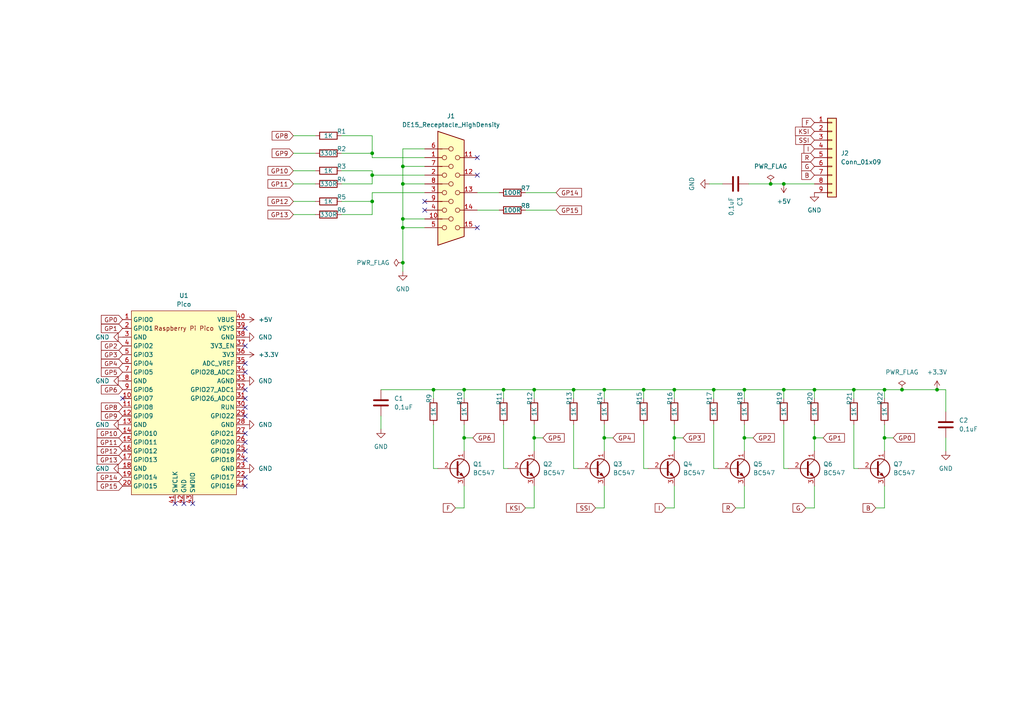
<source format=kicad_sch>
(kicad_sch (version 20230121) (generator eeschema)
  (paper "A4")
  (lib_symbols
    (symbol "Connector:DE15_Receptacle_HighDensity" (pin_names (offset 1.016) hide)
      (property "Reference" "J" (at 0 21.59 0))
      (property "Value" "DE15_Receptacle_HighDensity" (at 0 19.05 0))
      (symbol "DE15_Receptacle_HighDensity_0_1"
        (circle (center -1.905 -10.16) (radius 0.635))
        (circle (center -1.905 -5.08) (radius 0.635))
        (circle (center -1.905 0) (radius 0.635))
        (circle (center -1.905 5.08) (radius 0.635))
        (circle (center -1.905 10.16) (radius 0.635))
        (circle (center 0 -7.62) (radius 0.635))
        (circle (center 0 -2.54) (radius 0.635))
        (polyline (pts (xy -3.175 7.62) (xy -0.635 7.62)))
        (polyline (pts (xy -0.635 -7.62) (xy -3.175 -7.62)))
        (polyline (pts (xy -0.635 -2.54) (xy -3.175 -2.54)))
        (polyline (pts (xy -0.635 2.54) (xy -3.175 2.54)))
        (polyline (pts (xy -0.635 12.7) (xy -3.175 12.7)))
        (polyline (pts (xy -3.81 17.78) (xy -3.81 -15.24) (xy 3.81 -12.7) (xy 3.81 15.24) (xy -3.81 17.78)) (stroke (width 0.254)) (fill (type background)))
        (circle (center 0 2.54) (radius 0.635))
        (circle (center 0 7.62) (radius 0.635))
        (circle (center 0 12.7) (radius 0.635))
        (circle (center 1.905 -10.16) (radius 0.635))
        (circle (center 1.905 -5.08) (radius 0.635))
        (circle (center 1.905 0) (radius 0.635))
        (circle (center 1.905 5.08) (radius 0.635))
        (circle (center 1.905 10.16) (radius 0.635))
      )
      (symbol "DE15_Receptacle_HighDensity_1_1"
        (pin passive line (at -7.62 10.16 0) (length 5.08) (name "~") (number "1"))
        (pin passive line (at -7.62 -7.62 0) (length 5.08) (name "~") (number "10"))
        (pin passive line (at 7.62 10.16 180) (length 5.08) (name "~") (number "11"))
        (pin passive line (at 7.62 5.08 180) (length 5.08) (name "~") (number "12"))
        (pin passive line (at 7.62 0 180) (length 5.08) (name "~") (number "13"))
        (pin passive line (at 7.62 -5.08 180) (length 5.08) (name "~") (number "14"))
        (pin passive line (at 7.62 -10.16 180) (length 5.08) (name "~") (number "15"))
        (pin passive line (at -7.62 5.08 0) (length 5.08) (name "~") (number "2"))
        (pin passive line (at -7.62 0 0) (length 5.08) (name "~") (number "3"))
        (pin passive line (at -7.62 -5.08 0) (length 5.08) (name "~") (number "4"))
        (pin passive line (at -7.62 -10.16 0) (length 5.08) (name "~") (number "5"))
        (pin passive line (at -7.62 12.7 0) (length 5.08) (name "~") (number "6"))
        (pin passive line (at -7.62 7.62 0) (length 5.08) (name "~") (number "7"))
        (pin passive line (at -7.62 2.54 0) (length 5.08) (name "~") (number "8"))
        (pin passive line (at -7.62 -2.54 0) (length 5.08) (name "~") (number "9"))
      )
    )
    (symbol "Connector_Generic:Conn_01x09" (pin_names (offset 1.016) hide)
      (property "Reference" "J" (at 0 12.7 0))
      (property "Value" "Conn_01x09" (at 0 -12.7 0))
      (symbol "Conn_01x09_1_1"
        (rectangle (start -1.27 -10.033) (end 0 -10.287) (stroke (width 0.1524)))
        (rectangle (start -1.27 -7.493) (end 0 -7.747) (stroke (width 0.1524)))
        (rectangle (start -1.27 -4.953) (end 0 -5.207) (stroke (width 0.1524)))
        (rectangle (start -1.27 -2.413) (end 0 -2.667) (stroke (width 0.1524)))
        (rectangle (start -1.27 0.127) (end 0 -0.127) (stroke (width 0.1524)))
        (rectangle (start -1.27 2.667) (end 0 2.413) (stroke (width 0.1524)))
        (rectangle (start -1.27 5.207) (end 0 4.953) (stroke (width 0.1524)))
        (rectangle (start -1.27 7.747) (end 0 7.493) (stroke (width 0.1524)))
        (rectangle (start -1.27 10.287) (end 0 10.033) (stroke (width 0.1524)))
        (rectangle (start -1.27 11.43) (end 1.27 -11.43) (stroke (width 0.254)) (fill (type background)))
        (pin passive line (at -5.08 10.16 0) (length 3.81) (name "Pin_1") (number "1"))
        (pin passive line (at -5.08 7.62 0) (length 3.81) (name "Pin_2") (number "2"))
        (pin passive line (at -5.08 5.08 0) (length 3.81) (name "Pin_3") (number "3"))
        (pin passive line (at -5.08 2.54 0) (length 3.81) (name "Pin_4") (number "4"))
        (pin passive line (at -5.08 0 0) (length 3.81) (name "Pin_5") (number "5"))
        (pin passive line (at -5.08 -2.54 0) (length 3.81) (name "Pin_6") (number "6"))
        (pin passive line (at -5.08 -5.08 0) (length 3.81) (name "Pin_7") (number "7"))
        (pin passive line (at -5.08 -7.62 0) (length 3.81) (name "Pin_8") (number "8"))
        (pin passive line (at -5.08 -10.16 0) (length 3.81) (name "Pin_9") (number "9"))
      )
    )
    (symbol "Device:C" (pin_numbers hide) (pin_names (offset 0.254))
      (property "Reference" "C" (at 0.635 2.54 0))
      (property "Value" "C" (at 0.635 -2.54 0))
      (symbol "C_0_1"
        (polyline (pts (xy -2.032 -0.762) (xy 2.032 -0.762)) (stroke (width 0.508)))
        (polyline (pts (xy -2.032 0.762) (xy 2.032 0.762)) (stroke (width 0.508)))
      )
      (symbol "C_1_1"
        (pin passive line (at 0 3.81 270) (length 2.794) (name "~") (number "1"))
        (pin passive line (at 0 -3.81 90) (length 2.794) (name "~") (number "2"))
      )
    )
    (symbol "Device:R" (pin_numbers hide) (pin_names (offset 0))
      (property "Reference" "R" (at 2.032 0 90))
      (property "Value" "R" (at 0 0 90))
      (symbol "R_0_1"
        (rectangle (start -1.016 -2.54) (end 1.016 2.54) (stroke (width 0.254)))
      )
      (symbol "R_1_1"
        (pin passive line (at 0 3.81 270) (length 1.27) (name "~") (number "1"))
        (pin passive line (at 0 -3.81 90) (length 1.27) (name "~") (number "2"))
      )
    )
    (symbol "Transistor_BJT:BC547" (pin_names (offset 0) hide)
      (property "Reference" "Q" (at 5.08 1.905 0))
      (property "Value" "BC547" (at 5.08 0 0))
      (symbol "BC547_0_1"
        (polyline (pts (xy 0 0) (xy 0.635 0)))
        (polyline (pts (xy 0.635 0.635) (xy 2.54 2.54)))
        (polyline (pts (xy 0.635 -0.635) (xy 2.54 -2.54) (xy 2.54 -2.54)))
        (polyline (pts (xy 0.635 1.905) (xy 0.635 -1.905) (xy 0.635 -1.905)) (stroke (width 0.508)))
        (polyline (pts (xy 1.27 -1.778) (xy 1.778 -1.27) (xy 2.286 -2.286) (xy 1.27 -1.778) (xy 1.27 -1.778)) (fill (type outline)))
        (circle (center 1.27 0) (radius 2.8194) (stroke (width 0.254)))
      )
      (symbol "BC547_1_1"
        (pin passive line (at 2.54 5.08 270) (length 2.54) (name "C") (number "1"))
        (pin input line (at -5.08 0 0) (length 5.08) (name "B") (number "2"))
        (pin passive line (at 2.54 -5.08 90) (length 2.54) (name "E") (number "3"))
      )
    )
    (symbol "power:+3.3V" (power) (pin_names (offset 0))
      (property "Value" "+3.3V" (at 0 3.556 0))
      (symbol "+3.3V_0_1"
        (polyline (pts (xy -0.762 1.27) (xy 0 2.54)))
        (polyline (pts (xy 0 0) (xy 0 2.54)))
        (polyline (pts (xy 0 2.54) (xy 0.762 1.27)))
      )
      (symbol "+3.3V_1_1"
        (pin power_in line (at 0 0 90) (length 0) hide (name "+3.3V") (number "1"))
      )
    )
    (symbol "power:+5V" (power) (pin_names (offset 0))
      (property "Value" "+5V" (at 0 3.556 0))
      (symbol "+5V_0_1"
        (polyline (pts (xy -0.762 1.27) (xy 0 2.54)))
        (polyline (pts (xy 0 0) (xy 0 2.54)))
        (polyline (pts (xy 0 2.54) (xy 0.762 1.27)))
      )
      (symbol "+5V_1_1"
        (pin power_in line (at 0 0 90) (length 0) hide (name "+5V") (number "1"))
      )
    )
    (symbol "power:GND" (power) (pin_names (offset 0))
      (property "Value" "GND" (at 0 -3.81 0))
      (symbol "GND_0_1"
        (polyline (pts (xy 0 0) (xy 0 -1.27) (xy 1.27 -1.27) (xy 0 -2.54) (xy -1.27 -1.27) (xy 0 -1.27)))
      )
      (symbol "GND_1_1"
        (pin power_in line (at 0 0 270) (length 0) hide (name "GND") (number "1"))
      )
    )
    (symbol "power:PWR_FLAG" (power) (pin_numbers hide) (pin_names (offset 0) hide)
      (property "Value" "PWR_FLAG" (at 0 3.81 0))
      (symbol "PWR_FLAG_0_0"
        (pin power_out line (at 0 0 90) (length 0) (name "pwr") (number "1"))
      )
      (symbol "PWR_FLAG_0_1"
        (polyline (pts (xy 0 0) (xy 0 1.27) (xy -1.016 1.905) (xy 0 2.54) (xy 1.016 1.905) (xy 0 1.27)))
      )
    )
    (symbol "rgb2vga_test:Pico"
      (property "Reference" "U" (at -13.97 27.94 0))
      (property "Value" "Pico" (at 0 19.05 0))
      (symbol "Pico_0_0"
        (text "Raspberry Pi Pico" (at 0 21.59 0) (effects (font (size 1.27 1.27))))
      )
      (symbol "Pico_0_1"
        (rectangle (start -15.24 26.67) (end 15.24 -26.67) (fill (type background)))
      )
      (symbol "Pico_1_1"
        (pin bidirectional line (at -17.78 24.13 0) (length 2.54) (name "GPIO0") (number "1"))
        (pin bidirectional line (at -17.78 1.27 0) (length 2.54) (name "GPIO7") (number "10"))
        (pin bidirectional line (at -17.78 -1.27 0) (length 2.54) (name "GPIO8") (number "11"))
        (pin bidirectional line (at -17.78 -3.81 0) (length 2.54) (name "GPIO9") (number "12"))
        (pin power_in line (at -17.78 -6.35 0) (length 2.54) (name "GND") (number "13"))
        (pin bidirectional line (at -17.78 -8.89 0) (length 2.54) (name "GPIO10") (number "14"))
        (pin bidirectional line (at -17.78 -11.43 0) (length 2.54) (name "GPIO11") (number "15"))
        (pin bidirectional line (at -17.78 -13.97 0) (length 2.54) (name "GPIO12") (number "16"))
        (pin bidirectional line (at -17.78 -16.51 0) (length 2.54) (name "GPIO13") (number "17"))
        (pin power_in line (at -17.78 -19.05 0) (length 2.54) (name "GND") (number "18"))
        (pin bidirectional line (at -17.78 -21.59 0) (length 2.54) (name "GPIO14") (number "19"))
        (pin bidirectional line (at -17.78 21.59 0) (length 2.54) (name "GPIO1") (number "2"))
        (pin bidirectional line (at -17.78 -24.13 0) (length 2.54) (name "GPIO15") (number "20"))
        (pin bidirectional line (at 17.78 -24.13 180) (length 2.54) (name "GPIO16") (number "21"))
        (pin bidirectional line (at 17.78 -21.59 180) (length 2.54) (name "GPIO17") (number "22"))
        (pin power_in line (at 17.78 -19.05 180) (length 2.54) (name "GND") (number "23"))
        (pin bidirectional line (at 17.78 -16.51 180) (length 2.54) (name "GPIO18") (number "24"))
        (pin bidirectional line (at 17.78 -13.97 180) (length 2.54) (name "GPIO19") (number "25"))
        (pin bidirectional line (at 17.78 -11.43 180) (length 2.54) (name "GPIO20") (number "26"))
        (pin bidirectional line (at 17.78 -8.89 180) (length 2.54) (name "GPIO21") (number "27"))
        (pin power_in line (at 17.78 -6.35 180) (length 2.54) (name "GND") (number "28"))
        (pin bidirectional line (at 17.78 -3.81 180) (length 2.54) (name "GPIO22") (number "29"))
        (pin power_in line (at -17.78 19.05 0) (length 2.54) (name "GND") (number "3"))
        (pin input line (at 17.78 -1.27 180) (length 2.54) (name "RUN") (number "30"))
        (pin bidirectional line (at 17.78 1.27 180) (length 2.54) (name "GPIO26_ADC0") (number "31"))
        (pin bidirectional line (at 17.78 3.81 180) (length 2.54) (name "GPIO27_ADC1") (number "32"))
        (pin power_in line (at 17.78 6.35 180) (length 2.54) (name "AGND") (number "33"))
        (pin bidirectional line (at 17.78 8.89 180) (length 2.54) (name "GPIO28_ADC2") (number "34"))
        (pin power_in line (at 17.78 11.43 180) (length 2.54) (name "ADC_VREF") (number "35"))
        (pin power_in line (at 17.78 13.97 180) (length 2.54) (name "3V3") (number "36"))
        (pin input line (at 17.78 16.51 180) (length 2.54) (name "3V3_EN") (number "37"))
        (pin bidirectional line (at 17.78 19.05 180) (length 2.54) (name "GND") (number "38"))
        (pin power_in line (at 17.78 21.59 180) (length 2.54) (name "VSYS") (number "39"))
        (pin bidirectional line (at -17.78 16.51 0) (length 2.54) (name "GPIO2") (number "4"))
        (pin power_in line (at 17.78 24.13 180) (length 2.54) (name "VBUS") (number "40"))
        (pin input line (at -2.54 -29.21 90) (length 2.54) (name "SWCLK") (number "41"))
        (pin power_in line (at 0 -29.21 90) (length 2.54) (name "GND") (number "42"))
        (pin bidirectional line (at 2.54 -29.21 90) (length 2.54) (name "SWDIO") (number "43"))
        (pin bidirectional line (at -17.78 13.97 0) (length 2.54) (name "GPIO3") (number "5"))
        (pin bidirectional line (at -17.78 11.43 0) (length 2.54) (name "GPIO4") (number "6"))
        (pin bidirectional line (at -17.78 8.89 0) (length 2.54) (name "GPIO5") (number "7"))
        (pin power_in line (at -17.78 6.35 0) (length 2.54) (name "GND") (number "8"))
        (pin bidirectional line (at -17.78 3.81 0) (length 2.54) (name "GPIO6") (number "9"))
      )
    )
  )
  (junction (at 227.33 113.03))
  (junction (at 116.84 76.2))
  (junction (at 107.95 50.8))
  (junction (at 175.26 127))
  (junction (at 134.62 127))
  (junction (at 261.62 113.03))
  (junction (at 223.52 53.34))
  (junction (at 116.84 53.34))
  (junction (at 247.65 113.03))
  (junction (at 256.54 127))
  (junction (at 256.54 113.03))
  (junction (at 215.9 127))
  (junction (at 116.84 48.26))
  (junction (at 227.33 53.34))
  (junction (at 271.78 113.03))
  (junction (at 154.94 127))
  (junction (at 134.62 113.03))
  (junction (at 166.37 113.03))
  (junction (at 195.58 113.03))
  (junction (at 215.9 113.03))
  (junction (at 125.73 113.03))
  (junction (at 116.84 66.04))
  (junction (at 236.22 127))
  (junction (at 107.95 58.42))
  (junction (at 154.94 113.03))
  (junction (at 175.26 113.03))
  (junction (at 186.69 113.03))
  (junction (at 236.22 113.03))
  (junction (at 107.95 44.45))
  (junction (at 146.05 113.03))
  (junction (at 195.58 127))
  (junction (at 116.84 63.5))
  (junction (at 207.01 113.03))
  (no_connect (at 71.12 100.33))
  (no_connect (at 71.12 125.73))
  (no_connect (at 71.12 118.11))
  (no_connect (at 71.12 140.97))
  (no_connect (at 123.19 60.96))
  (no_connect (at 71.12 130.81))
  (no_connect (at 53.34 146.05))
  (no_connect (at 138.43 50.8))
  (no_connect (at 138.43 45.72))
  (no_connect (at 71.12 120.65))
  (no_connect (at 138.43 66.04))
  (no_connect (at 71.12 113.03))
  (no_connect (at 50.8 146.05))
  (no_connect (at 123.19 58.42))
  (no_connect (at 71.12 115.57))
  (no_connect (at 71.12 128.27))
  (no_connect (at 55.88 146.05))
  (no_connect (at 71.12 105.41))
  (no_connect (at 71.12 138.43))
  (no_connect (at 35.56 115.57))
  (no_connect (at 71.12 107.95))
  (no_connect (at 71.12 95.25))
  (no_connect (at 71.12 133.35))
  (wire (pts (xy 134.62 147.32) (xy 134.62 140.97)))
  (wire (pts (xy 256.54 127) (xy 256.54 130.81)))
  (wire (pts (xy 195.58 123.19) (xy 195.58 127)))
  (wire (pts (xy 107.95 39.37) (xy 107.95 44.45)))
  (wire (pts (xy 146.05 113.03) (xy 146.05 115.57)))
  (wire (pts (xy 146.05 123.19) (xy 146.05 135.89)))
  (wire (pts (xy 215.9 113.03) (xy 207.01 113.03)))
  (wire (pts (xy 85.09 44.45) (xy 91.44 44.45)))
  (wire (pts (xy 175.26 123.19) (xy 175.26 127)))
  (wire (pts (xy 256.54 127) (xy 259.08 127)))
  (wire (pts (xy 107.95 62.23) (xy 99.06 62.23)))
  (wire (pts (xy 116.84 63.5) (xy 116.84 53.34)))
  (wire (pts (xy 116.84 66.04) (xy 116.84 63.5)))
  (wire (pts (xy 215.9 113.03) (xy 227.33 113.03)))
  (wire (pts (xy 274.32 113.03) (xy 274.32 119.38)))
  (wire (pts (xy 175.26 113.03) (xy 166.37 113.03)))
  (wire (pts (xy 116.84 48.26) (xy 123.19 48.26)))
  (wire (pts (xy 236.22 115.57) (xy 236.22 113.03)))
  (wire (pts (xy 138.43 55.88) (xy 144.78 55.88)))
  (wire (pts (xy 236.22 147.32) (xy 236.22 140.97)))
  (wire (pts (xy 116.84 53.34) (xy 116.84 48.26)))
  (wire (pts (xy 227.33 113.03) (xy 227.33 115.57)))
  (wire (pts (xy 134.62 113.03) (xy 125.73 113.03)))
  (wire (pts (xy 227.33 53.34) (xy 236.22 53.34)))
  (wire (pts (xy 227.33 123.19) (xy 227.33 135.89)))
  (wire (pts (xy 256.54 113.03) (xy 247.65 113.03)))
  (wire (pts (xy 99.06 44.45) (xy 107.95 44.45)))
  (wire (pts (xy 195.58 115.57) (xy 195.58 113.03)))
  (wire (pts (xy 154.94 127) (xy 154.94 130.81)))
  (wire (pts (xy 147.32 135.89) (xy 146.05 135.89)))
  (wire (pts (xy 248.92 135.89) (xy 247.65 135.89)))
  (wire (pts (xy 166.37 113.03) (xy 166.37 115.57)))
  (wire (pts (xy 154.94 115.57) (xy 154.94 113.03)))
  (wire (pts (xy 217.17 53.34) (xy 223.52 53.34)))
  (wire (pts (xy 154.94 127) (xy 157.48 127)))
  (wire (pts (xy 247.65 113.03) (xy 247.65 115.57)))
  (wire (pts (xy 271.78 113.03) (xy 274.32 113.03)))
  (wire (pts (xy 274.32 127) (xy 274.32 130.81)))
  (wire (pts (xy 228.6 135.89) (xy 227.33 135.89)))
  (wire (pts (xy 256.54 123.19) (xy 256.54 127)))
  (wire (pts (xy 107.95 58.42) (xy 107.95 62.23)))
  (wire (pts (xy 116.84 48.26) (xy 116.84 43.18)))
  (wire (pts (xy 215.9 123.19) (xy 215.9 127)))
  (wire (pts (xy 85.09 53.34) (xy 91.44 53.34)))
  (wire (pts (xy 125.73 123.19) (xy 125.73 135.89)))
  (wire (pts (xy 110.49 120.65) (xy 110.49 124.46)))
  (wire (pts (xy 154.94 123.19) (xy 154.94 127)))
  (wire (pts (xy 123.19 66.04) (xy 116.84 66.04)))
  (wire (pts (xy 256.54 115.57) (xy 256.54 113.03)))
  (wire (pts (xy 167.64 135.89) (xy 166.37 135.89)))
  (wire (pts (xy 99.06 39.37) (xy 107.95 39.37)))
  (wire (pts (xy 215.9 127) (xy 218.44 127)))
  (wire (pts (xy 247.65 123.19) (xy 247.65 135.89)))
  (wire (pts (xy 233.68 147.32) (xy 236.22 147.32)))
  (wire (pts (xy 107.95 50.8) (xy 107.95 49.53)))
  (wire (pts (xy 215.9 127) (xy 215.9 130.81)))
  (wire (pts (xy 134.62 113.03) (xy 146.05 113.03)))
  (wire (pts (xy 261.62 113.03) (xy 271.78 113.03)))
  (wire (pts (xy 127 135.89) (xy 125.73 135.89)))
  (wire (pts (xy 107.95 45.72) (xy 123.19 45.72)))
  (wire (pts (xy 134.62 127) (xy 134.62 130.81)))
  (wire (pts (xy 254 147.32) (xy 256.54 147.32)))
  (wire (pts (xy 236.22 127) (xy 238.76 127)))
  (wire (pts (xy 134.62 127) (xy 137.16 127)))
  (wire (pts (xy 123.19 50.8) (xy 107.95 50.8)))
  (wire (pts (xy 138.43 60.96) (xy 144.78 60.96)))
  (wire (pts (xy 215.9 147.32) (xy 215.9 140.97)))
  (wire (pts (xy 256.54 147.32) (xy 256.54 140.97)))
  (wire (pts (xy 236.22 113.03) (xy 247.65 113.03)))
  (wire (pts (xy 195.58 147.32) (xy 195.58 140.97)))
  (wire (pts (xy 207.01 123.19) (xy 207.01 135.89)))
  (wire (pts (xy 236.22 113.03) (xy 227.33 113.03)))
  (wire (pts (xy 175.26 147.32) (xy 175.26 140.97)))
  (wire (pts (xy 125.73 113.03) (xy 110.49 113.03)))
  (wire (pts (xy 116.84 63.5) (xy 123.19 63.5)))
  (wire (pts (xy 85.09 39.37) (xy 91.44 39.37)))
  (wire (pts (xy 99.06 49.53) (xy 107.95 49.53)))
  (wire (pts (xy 161.29 60.96) (xy 152.4 60.96)))
  (wire (pts (xy 236.22 127) (xy 236.22 130.81)))
  (wire (pts (xy 187.96 135.89) (xy 186.69 135.89)))
  (wire (pts (xy 116.84 66.04) (xy 116.84 76.2)))
  (wire (pts (xy 107.95 45.72) (xy 107.95 44.45)))
  (wire (pts (xy 166.37 123.19) (xy 166.37 135.89)))
  (wire (pts (xy 215.9 115.57) (xy 215.9 113.03)))
  (wire (pts (xy 186.69 113.03) (xy 186.69 115.57)))
  (wire (pts (xy 134.62 115.57) (xy 134.62 113.03)))
  (wire (pts (xy 207.01 113.03) (xy 207.01 115.57)))
  (wire (pts (xy 236.22 123.19) (xy 236.22 127)))
  (wire (pts (xy 195.58 127) (xy 195.58 130.81)))
  (wire (pts (xy 195.58 127) (xy 198.12 127)))
  (wire (pts (xy 256.54 113.03) (xy 261.62 113.03)))
  (wire (pts (xy 154.94 113.03) (xy 166.37 113.03)))
  (wire (pts (xy 175.26 115.57) (xy 175.26 113.03)))
  (wire (pts (xy 186.69 123.19) (xy 186.69 135.89)))
  (wire (pts (xy 123.19 55.88) (xy 107.95 55.88)))
  (wire (pts (xy 85.09 58.42) (xy 91.44 58.42)))
  (wire (pts (xy 107.95 50.8) (xy 107.95 53.34)))
  (wire (pts (xy 195.58 113.03) (xy 186.69 113.03)))
  (wire (pts (xy 125.73 113.03) (xy 125.73 115.57)))
  (wire (pts (xy 172.72 147.32) (xy 175.26 147.32)))
  (wire (pts (xy 175.26 113.03) (xy 186.69 113.03)))
  (wire (pts (xy 85.09 49.53) (xy 91.44 49.53)))
  (wire (pts (xy 152.4 147.32) (xy 154.94 147.32)))
  (wire (pts (xy 85.09 62.23) (xy 91.44 62.23)))
  (wire (pts (xy 154.94 147.32) (xy 154.94 140.97)))
  (wire (pts (xy 99.06 58.42) (xy 107.95 58.42)))
  (wire (pts (xy 193.04 147.32) (xy 195.58 147.32)))
  (wire (pts (xy 175.26 127) (xy 175.26 130.81)))
  (wire (pts (xy 132.08 147.32) (xy 134.62 147.32)))
  (wire (pts (xy 116.84 76.2) (xy 116.84 78.74)))
  (wire (pts (xy 116.84 53.34) (xy 123.19 53.34)))
  (wire (pts (xy 107.95 53.34) (xy 99.06 53.34)))
  (wire (pts (xy 116.84 43.18) (xy 123.19 43.18)))
  (wire (pts (xy 209.55 53.34) (xy 205.74 53.34)))
  (wire (pts (xy 175.26 127) (xy 177.8 127)))
  (wire (pts (xy 152.4 55.88) (xy 161.29 55.88)))
  (wire (pts (xy 213.36 147.32) (xy 215.9 147.32)))
  (wire (pts (xy 223.52 53.34) (xy 227.33 53.34)))
  (wire (pts (xy 134.62 123.19) (xy 134.62 127)))
  (wire (pts (xy 154.94 113.03) (xy 146.05 113.03)))
  (wire (pts (xy 208.28 135.89) (xy 207.01 135.89)))
  (wire (pts (xy 107.95 55.88) (xy 107.95 58.42)))
  (wire (pts (xy 195.58 113.03) (xy 207.01 113.03)))
  (global_label "GP9" (shape input) (at 35.56 120.65 180) (property "Intersheetrefs" "${INTERSHEET_REFS}" (effects hide)))
  (global_label "GP14" (shape input) (at 35.56 138.43 180) (property "Intersheetrefs" "${INTERSHEET_REFS}" (effects hide)))
  (global_label "GP11" (shape input) (at 85.09 53.34 180) (property "Intersheetrefs" "${INTERSHEET_REFS}" (effects hide)))
  (global_label "I" (shape input) (at 236.22 43.18 180) (property "Intersheetrefs" "${INTERSHEET_REFS}" (effects hide)))
  (global_label "GP2" (shape input) (at 35.56 100.33 180) (property "Intersheetrefs" "${INTERSHEET_REFS}" (effects hide)))
  (global_label "GP14" (shape input) (at 161.29 55.88 0) (property "Intersheetrefs" "${INTERSHEET_REFS}" (effects hide)))
  (global_label "KSI" (shape input) (at 152.4 147.32 180) (property "Intersheetrefs" "${INTERSHEET_REFS}" (effects hide)))
  (global_label "GP8" (shape input) (at 85.09 39.37 180) (property "Intersheetrefs" "${INTERSHEET_REFS}" (effects hide)))
  (global_label "GP10" (shape input) (at 35.56 125.73 180) (property "Intersheetrefs" "${INTERSHEET_REFS}" (effects hide)))
  (global_label "I" (shape input) (at 193.04 147.32 180) (property "Intersheetrefs" "${INTERSHEET_REFS}" (effects hide)))
  (global_label "G" (shape input) (at 236.22 48.26 180) (property "Intersheetrefs" "${INTERSHEET_REFS}" (effects hide)))
  (global_label "SSI" (shape input) (at 172.72 147.32 180) (property "Intersheetrefs" "${INTERSHEET_REFS}" (effects hide)))
  (global_label "G" (shape input) (at 233.68 147.32 180) (property "Intersheetrefs" "${INTERSHEET_REFS}" (effects hide)))
  (global_label "GP3" (shape input) (at 35.56 102.87 180) (property "Intersheetrefs" "${INTERSHEET_REFS}" (effects hide)))
  (global_label "GP12" (shape input) (at 85.09 58.42 180) (property "Intersheetrefs" "${INTERSHEET_REFS}" (effects hide)))
  (global_label "GP5" (shape input) (at 35.56 107.95 180) (property "Intersheetrefs" "${INTERSHEET_REFS}" (effects hide)))
  (global_label "GP0" (shape input) (at 35.56 92.71 180) (property "Intersheetrefs" "${INTERSHEET_REFS}" (effects hide)))
  (global_label "GP10" (shape input) (at 85.09 49.53 180) (property "Intersheetrefs" "${INTERSHEET_REFS}" (effects hide)))
  (global_label "GP6" (shape input) (at 35.56 113.03 180) (property "Intersheetrefs" "${INTERSHEET_REFS}" (effects hide)))
  (global_label "GP15" (shape input) (at 161.29 60.96 0) (property "Intersheetrefs" "${INTERSHEET_REFS}" (effects hide)))
  (global_label "GP2" (shape input) (at 218.44 127 0) (property "Intersheetrefs" "${INTERSHEET_REFS}" (effects hide)))
  (global_label "B" (shape input) (at 236.22 50.8 180) (property "Intersheetrefs" "${INTERSHEET_REFS}" (effects hide)))
  (global_label "KSI" (shape input) (at 236.22 38.1 180) (property "Intersheetrefs" "${INTERSHEET_REFS}" (effects hide)))
  (global_label "GP6" (shape input) (at 137.16 127 0) (property "Intersheetrefs" "${INTERSHEET_REFS}" (effects hide)))
  (global_label "GP5" (shape input) (at 157.48 127 0) (property "Intersheetrefs" "${INTERSHEET_REFS}" (effects hide)))
  (global_label "GP11" (shape input) (at 35.56 128.27 180) (property "Intersheetrefs" "${INTERSHEET_REFS}" (effects hide)))
  (global_label "R" (shape input) (at 236.22 45.72 180) (property "Intersheetrefs" "${INTERSHEET_REFS}" (effects hide)))
  (global_label "GP15" (shape input) (at 35.56 140.97 180) (property "Intersheetrefs" "${INTERSHEET_REFS}" (effects hide)))
  (global_label "F" (shape input) (at 132.08 147.32 180) (property "Intersheetrefs" "${INTERSHEET_REFS}" (effects hide)))
  (global_label "F" (shape input) (at 236.22 35.56 180) (property "Intersheetrefs" "${INTERSHEET_REFS}" (effects hide)))
  (global_label "GP9" (shape input) (at 85.09 44.45 180) (property "Intersheetrefs" "${INTERSHEET_REFS}" (effects hide)))
  (global_label "GP12" (shape input) (at 35.56 130.81 180) (property "Intersheetrefs" "${INTERSHEET_REFS}" (effects hide)))
  (global_label "GP8" (shape input) (at 35.56 118.11 180) (property "Intersheetrefs" "${INTERSHEET_REFS}" (effects hide)))
  (global_label "GP13" (shape input) (at 85.09 62.23 180) (property "Intersheetrefs" "${INTERSHEET_REFS}" (effects hide)))
  (global_label "GP1" (shape input) (at 238.76 127 0) (property "Intersheetrefs" "${INTERSHEET_REFS}" (effects hide)))
  (global_label "GP3" (shape input) (at 198.12 127 0) (property "Intersheetrefs" "${INTERSHEET_REFS}" (effects hide)))
  (global_label "GP1" (shape input) (at 35.56 95.25 180) (property "Intersheetrefs" "${INTERSHEET_REFS}" (effects hide)))
  (global_label "GP4" (shape input) (at 35.56 105.41 180) (property "Intersheetrefs" "${INTERSHEET_REFS}" (effects hide)))
  (global_label "GP4" (shape input) (at 177.8 127 0) (property "Intersheetrefs" "${INTERSHEET_REFS}" (effects hide)))
  (global_label "GP0" (shape input) (at 259.08 127 0) (property "Intersheetrefs" "${INTERSHEET_REFS}" (effects hide)))
  (global_label "R" (shape input) (at 213.36 147.32 180) (property "Intersheetrefs" "${INTERSHEET_REFS}" (effects hide)))
  (global_label "SSI" (shape input) (at 236.22 40.64 180) (property "Intersheetrefs" "${INTERSHEET_REFS}" (effects hide)))
  (global_label "B" (shape input) (at 254 147.32 180) (property "Intersheetrefs" "${INTERSHEET_REFS}" (effects hide)))
  (global_label "GP13" (shape input) (at 35.56 133.35 180) (property "Intersheetrefs" "${INTERSHEET_REFS}" (effects hide)))
  (symbol (lib_id "power:GND") (at 71.12 135.89 90) (unit 1)
    (property "Reference" "#PWR015" (effects hide))
    (property "Value" "GND" (at 74.93 135.89 90) (effects (justify right)))
  )
  (symbol (lib_id "Device:R") (at 175.26 119.38 180) (unit 1)
    (property "Reference" "R14" (at 173.99 115.57 90))
    (property "Value" "1K" (at 175.26 119.38 90))
    (property "Footprint" "Resistor_THT:R_Axial_DIN0207_L6.3mm_D2.5mm_P10.16mm_Horizontal" (effects hide))
  )
  (symbol (lib_id "Device:R") (at 95.25 49.53 90) (unit 1)
    (property "Reference" "R3" (at 99.06 48.26 90))
    (property "Value" "1K" (at 95.25 49.53 90))
    (property "Footprint" "Resistor_THT:R_Axial_DIN0207_L6.3mm_D2.5mm_P10.16mm_Horizontal" (effects hide))
  )
  (symbol (lib_id "power:GND") (at 116.84 78.74 0) (unit 1)
    (property "Reference" "#PWR01" (effects hide))
    (property "Value" "GND" (at 116.84 83.82 0))
  )
  (symbol (lib_id "Device:R") (at 256.54 119.38 180) (unit 1)
    (property "Reference" "R22" (at 255.27 115.57 90))
    (property "Value" "1K" (at 256.54 119.38 90))
    (property "Footprint" "Resistor_THT:R_Axial_DIN0207_L6.3mm_D2.5mm_P10.16mm_Horizontal" (effects hide))
  )
  (symbol (lib_id "Device:C") (at 110.49 116.84 0) (unit 1)
    (property "Reference" "C1" (at 114.3 115.57 0) (effects (justify left)))
    (property "Value" "0,1uF" (at 114.3 118.11 0) (effects (justify left)))
    (property "Footprint" "Capacitor_THT:C_Disc_D7.0mm_W2.5mm_P5.00mm" (effects hide))
  )
  (symbol (lib_id "Connector_Generic:Conn_01x09") (at 241.3 45.72 0) (unit 1)
    (property "Reference" "J2" (at 243.84 44.45 0) (effects (justify left)))
    (property "Value" "Conn_01x09" (at 243.84 46.99 0) (effects (justify left)))
    (property "Footprint" "Connector_PinHeader_2.54mm:PinHeader_1x09_P2.54mm_Vertical" (effects hide))
  )
  (symbol (lib_id "power:+5V") (at 71.12 92.71 270) (unit 1)
    (property "Reference" "#PWR016" (effects hide))
    (property "Value" "+5V" (at 74.93 92.71 90) (effects (justify left)))
  )
  (symbol (lib_id "Transistor_BJT:BC547") (at 172.72 135.89 0) (unit 1)
    (property "Reference" "Q3" (at 177.8 134.62 0) (effects (justify left)))
    (property "Value" "BC547" (at 177.8 137.16 0) (effects (justify left)))
    (property "Footprint" "Package_TO_SOT_THT:TO-92_Inline" (effects hide))
    (property "Datasheet" "https://www.onsemi.com/pub/Collateral/BC550-D.pdf" (effects hide))
  )
  (symbol (lib_id "power:GND") (at 274.32 130.81 0) (unit 1)
    (property "Reference" "#PWR03" (effects hide))
    (property "Value" "GND" (at 274.32 135.89 0))
  )
  (symbol (lib_id "power:+3.3V") (at 271.78 113.03 0) (unit 1)
    (property "Reference" "#PWR07" (effects hide))
    (property "Value" "+3.3V" (at 271.78 107.95 0))
  )
  (symbol (lib_id "power:GND") (at 205.74 53.34 270) (unit 1)
    (property "Reference" "#PWR04" (effects hide))
    (property "Value" "GND" (at 200.66 53.34 0))
  )
  (symbol (lib_id "power:+5V") (at 227.33 53.34 180) (unit 1)
    (property "Reference" "#PWR05" (effects hide))
    (property "Value" "+5V" (at 227.33 58.42 0))
  )
  (symbol (lib_id "power:GND") (at 35.56 97.79 270) (unit 1)
    (property "Reference" "#PWR09" (effects hide))
    (property "Value" "GND" (at 31.75 97.79 90) (effects (justify right)))
  )
  (symbol (lib_id "Device:R") (at 134.62 119.38 180) (unit 1)
    (property "Reference" "R10" (at 133.35 115.57 90))
    (property "Value" "1K" (at 134.62 119.38 90))
    (property "Footprint" "Resistor_THT:R_Axial_DIN0207_L6.3mm_D2.5mm_P10.16mm_Horizontal" (effects hide))
  )
  (symbol (lib_id "Device:R") (at 207.01 119.38 180) (unit 1)
    (property "Reference" "R17" (at 205.74 115.57 90))
    (property "Value" "1K" (at 207.01 119.38 90))
    (property "Footprint" "Resistor_THT:R_Axial_DIN0207_L6.3mm_D2.5mm_P10.16mm_Horizontal" (effects hide))
  )
  (symbol (lib_id "power:GND") (at 71.12 97.79 90) (unit 1)
    (property "Reference" "#PWR013" (effects hide))
    (property "Value" "GND" (at 74.93 97.79 90) (effects (justify right)))
  )
  (symbol (lib_id "Device:R") (at 236.22 119.38 180) (unit 1)
    (property "Reference" "R20" (at 234.95 115.57 90))
    (property "Value" "1K" (at 236.22 119.38 90))
    (property "Footprint" "Resistor_THT:R_Axial_DIN0207_L6.3mm_D2.5mm_P10.16mm_Horizontal" (effects hide))
  )
  (symbol (lib_id "power:GND") (at 71.12 123.19 90) (unit 1)
    (property "Reference" "#PWR014" (effects hide))
    (property "Value" "GND" (at 74.93 123.19 90) (effects (justify right)))
  )
  (symbol (lib_id "power:PWR_FLAG") (at 116.84 76.2 90) (unit 1)
    (property "Reference" "#FLG01" (effects hide))
    (property "Value" "PWR_FLAG" (at 113.03 76.2 90) (effects (justify left)))
  )
  (symbol (lib_id "Device:R") (at 148.59 60.96 90) (unit 1)
    (property "Reference" "R8" (at 152.4 59.69 90))
    (property "Value" "100R" (at 148.59 60.96 90))
    (property "Footprint" "Resistor_THT:R_Axial_DIN0207_L6.3mm_D2.5mm_P10.16mm_Horizontal" (effects hide))
  )
  (symbol (lib_id "Device:R") (at 247.65 119.38 180) (unit 1)
    (property "Reference" "R21" (at 246.38 115.57 90))
    (property "Value" "1K" (at 247.65 119.38 90))
    (property "Footprint" "Resistor_THT:R_Axial_DIN0207_L6.3mm_D2.5mm_P10.16mm_Horizontal" (effects hide))
  )
  (symbol (lib_id "power:GND") (at 35.56 110.49 270) (unit 1)
    (property "Reference" "#PWR010" (effects hide))
    (property "Value" "GND" (at 31.75 110.49 90) (effects (justify right)))
  )
  (symbol (lib_id "Device:R") (at 125.73 119.38 180) (unit 1)
    (property "Reference" "R9" (at 124.46 115.57 90))
    (property "Value" "1K" (at 125.73 119.38 90))
    (property "Footprint" "Resistor_THT:R_Axial_DIN0207_L6.3mm_D2.5mm_P10.16mm_Horizontal" (effects hide))
  )
  (symbol (lib_id "Device:R") (at 146.05 119.38 180) (unit 1)
    (property "Reference" "R11" (at 144.78 115.57 90))
    (property "Value" "1K" (at 146.05 119.38 90))
    (property "Footprint" "Resistor_THT:R_Axial_DIN0207_L6.3mm_D2.5mm_P10.16mm_Horizontal" (effects hide))
  )
  (symbol (lib_id "Transistor_BJT:BC547") (at 193.04 135.89 0) (unit 1)
    (property "Reference" "Q4" (at 198.12 134.62 0) (effects (justify left)))
    (property "Value" "BC547" (at 198.12 137.16 0) (effects (justify left)))
    (property "Footprint" "Package_TO_SOT_THT:TO-92_Inline" (effects hide))
    (property "Datasheet" "https://www.onsemi.com/pub/Collateral/BC550-D.pdf" (effects hide))
  )
  (symbol (lib_id "Device:R") (at 195.58 119.38 180) (unit 1)
    (property "Reference" "R16" (at 194.31 115.57 90))
    (property "Value" "1K" (at 195.58 119.38 90))
    (property "Footprint" "Resistor_THT:R_Axial_DIN0207_L6.3mm_D2.5mm_P10.16mm_Horizontal" (effects hide))
  )
  (symbol (lib_id "Device:C") (at 274.32 123.19 0) (unit 1)
    (property "Reference" "C2" (at 278.13 121.92 0) (effects (justify left)))
    (property "Value" "0,1uF" (at 278.13 124.46 0) (effects (justify left)))
    (property "Footprint" "Capacitor_THT:C_Disc_D7.0mm_W2.5mm_P5.00mm" (effects hide))
  )
  (symbol (lib_id "Device:R") (at 95.25 39.37 90) (unit 1)
    (property "Reference" "R1" (at 99.06 38.1 90))
    (property "Value" "1K" (at 95.25 39.37 90))
    (property "Footprint" "Resistor_THT:R_Axial_DIN0207_L6.3mm_D2.5mm_P10.16mm_Horizontal" (effects hide))
  )
  (symbol (lib_id "Device:R") (at 215.9 119.38 180) (unit 1)
    (property "Reference" "R18" (at 214.63 115.57 90))
    (property "Value" "1K" (at 215.9 119.38 90))
    (property "Footprint" "Resistor_THT:R_Axial_DIN0207_L6.3mm_D2.5mm_P10.16mm_Horizontal" (effects hide))
  )
  (symbol (lib_id "power:+3.3V") (at 71.12 102.87 270) (unit 1)
    (property "Reference" "#PWR08" (effects hide))
    (property "Value" "+3.3V" (at 74.93 102.87 90) (effects (justify left)))
  )
  (symbol (lib_id "Transistor_BJT:BC547") (at 213.36 135.89 0) (unit 1)
    (property "Reference" "Q5" (at 218.44 134.62 0) (effects (justify left)))
    (property "Value" "BC547" (at 218.44 137.16 0) (effects (justify left)))
    (property "Footprint" "Package_TO_SOT_THT:TO-92_Inline" (effects hide))
    (property "Datasheet" "https://www.onsemi.com/pub/Collateral/BC550-D.pdf" (effects hide))
  )
  (symbol (lib_id "Device:R") (at 186.69 119.38 180) (unit 1)
    (property "Reference" "R15" (at 185.42 115.57 90))
    (property "Value" "1K" (at 186.69 119.38 90))
    (property "Footprint" "Resistor_THT:R_Axial_DIN0207_L6.3mm_D2.5mm_P10.16mm_Horizontal" (effects hide))
  )
  (symbol (lib_id "Device:R") (at 95.25 58.42 90) (unit 1)
    (property "Reference" "R5" (at 99.06 57.15 90))
    (property "Value" "1K" (at 95.25 58.42 90))
    (property "Footprint" "Resistor_THT:R_Axial_DIN0207_L6.3mm_D2.5mm_P10.16mm_Horizontal" (effects hide))
  )
  (symbol (lib_id "Transistor_BJT:BC547") (at 132.08 135.89 0) (unit 1)
    (property "Reference" "Q1" (at 137.16 134.62 0) (effects (justify left)))
    (property "Value" "BC547" (at 137.16 137.16 0) (effects (justify left)))
    (property "Footprint" "Package_TO_SOT_THT:TO-92_Inline" (effects hide))
    (property "Datasheet" "https://www.onsemi.com/pub/Collateral/BC550-D.pdf" (effects hide))
  )
  (symbol (lib_id "Transistor_BJT:BC547") (at 152.4 135.89 0) (unit 1)
    (property "Reference" "Q2" (at 157.48 134.62 0) (effects (justify left)))
    (property "Value" "BC547" (at 157.48 137.16 0) (effects (justify left)))
    (property "Footprint" "Package_TO_SOT_THT:TO-92_Inline" (effects hide))
    (property "Datasheet" "https://www.onsemi.com/pub/Collateral/BC550-D.pdf" (effects hide))
  )
  (symbol (lib_id "power:GND") (at 35.56 123.19 270) (unit 1)
    (property "Reference" "#PWR011" (effects hide))
    (property "Value" "GND" (at 31.75 123.19 90) (effects (justify right)))
  )
  (symbol (lib_id "Device:R") (at 227.33 119.38 180) (unit 1)
    (property "Reference" "R19" (at 226.06 115.57 90))
    (property "Value" "1K" (at 227.33 119.38 90))
    (property "Footprint" "Resistor_THT:R_Axial_DIN0207_L6.3mm_D2.5mm_P10.16mm_Horizontal" (effects hide))
  )
  (symbol (lib_id "Device:R") (at 148.59 55.88 90) (unit 1)
    (property "Reference" "R7" (at 152.4 54.61 90))
    (property "Value" "100R" (at 148.59 55.88 90))
    (property "Footprint" "Resistor_THT:R_Axial_DIN0207_L6.3mm_D2.5mm_P10.16mm_Horizontal" (effects hide))
  )
  (symbol (lib_id "Device:R") (at 166.37 119.38 180) (unit 1)
    (property "Reference" "R13" (at 165.1 115.57 90))
    (property "Value" "1K" (at 166.37 119.38 90))
    (property "Footprint" "Resistor_THT:R_Axial_DIN0207_L6.3mm_D2.5mm_P10.16mm_Horizontal" (effects hide))
  )
  (symbol (lib_id "power:PWR_FLAG") (at 261.62 113.03 0) (unit 1)
    (property "Reference" "#FLG03" (effects hide))
    (property "Value" "PWR_FLAG" (at 261.62 107.95 0))
  )
  (symbol (lib_id "power:GND") (at 236.22 55.88 0) (unit 1)
    (property "Reference" "#PWR06" (effects hide))
    (property "Value" "GND" (at 236.22 60.96 0))
  )
  (symbol (lib_id "power:PWR_FLAG") (at 223.52 53.34 0) (unit 1)
    (property "Reference" "#FLG02" (effects hide))
    (property "Value" "PWR_FLAG" (at 223.52 48.26 0))
  )
  (symbol (lib_id "Device:R") (at 95.25 62.23 90) (unit 1)
    (property "Reference" "R6" (at 99.06 60.96 90))
    (property "Value" "330R" (at 95.25 62.23 90))
    (property "Footprint" "Resistor_THT:R_Axial_DIN0207_L6.3mm_D2.5mm_P10.16mm_Horizontal" (effects hide))
  )
  (symbol (lib_id "Connector:DE15_Receptacle_HighDensity") (at 130.81 55.88 0) (unit 1)
    (property "Reference" "J1" (at 130.81 33.655 0))
    (property "Value" "DE15_Receptacle_HighDensity" (at 130.81 36.195 0))
    (property "Footprint" "Connector_Dsub:DSUB-15-HD_Female_Horizontal_P2.29x1.98mm_EdgePinOffset3.03mm_Housed_MountingHolesOffset4.94mm" (effects hide))
    (property "Datasheet" " ~" (effects hide))
  )
  (symbol (lib_id "Device:C") (at 213.36 53.34 270) (unit 1)
    (property "Reference" "C3" (at 214.63 57.15 0) (effects (justify left)))
    (property "Value" "0,1uF" (at 212.09 57.15 0) (effects (justify left)))
    (property "Footprint" "Capacitor_THT:C_Disc_D7.0mm_W2.5mm_P5.00mm" (effects hide))
  )
  (symbol (lib_id "power:GND") (at 71.12 110.49 90) (unit 1)
    (property "Reference" "#PWR017" (effects hide))
    (property "Value" "GND" (at 74.93 110.49 90) (effects (justify right)))
  )
  (symbol (lib_id "Device:R") (at 95.25 53.34 90) (unit 1)
    (property "Reference" "R4" (at 99.06 52.07 90))
    (property "Value" "330R" (at 95.25 53.34 90))
    (property "Footprint" "Resistor_THT:R_Axial_DIN0207_L6.3mm_D2.5mm_P10.16mm_Horizontal" (effects hide))
  )
  (symbol (lib_id "Device:R") (at 154.94 119.38 180) (unit 1)
    (property "Reference" "R12" (at 153.67 115.57 90))
    (property "Value" "1K" (at 154.94 119.38 90))
    (property "Footprint" "Resistor_THT:R_Axial_DIN0207_L6.3mm_D2.5mm_P10.16mm_Horizontal" (effects hide))
  )
  (symbol (lib_id "Device:R") (at 95.25 44.45 90) (unit 1)
    (property "Reference" "R2" (at 99.06 43.18 90))
    (property "Value" "330R" (at 95.25 44.45 90))
    (property "Footprint" "Resistor_THT:R_Axial_DIN0207_L6.3mm_D2.5mm_P10.16mm_Horizontal" (effects hide))
  )
  (symbol (lib_id "rgb2vga_test:Pico") (at 53.34 116.84 0) (unit 1)
    (property "Reference" "U1" (at 53.34 85.725 0))
    (property "Value" "Pico" (at 53.34 88.265 0))
    (property "Footprint" "rgb2bga_test:RPi_Pico_SMD_TH" (effects hide))
  )
  (symbol (lib_id "Transistor_BJT:BC547") (at 233.68 135.89 0) (unit 1)
    (property "Reference" "Q6" (at 238.76 134.62 0) (effects (justify left)))
    (property "Value" "BC547" (at 238.76 137.16 0) (effects (justify left)))
    (property "Footprint" "Package_TO_SOT_THT:TO-92_Inline" (effects hide))
    (property "Datasheet" "https://www.onsemi.com/pub/Collateral/BC550-D.pdf" (effects hide))
  )
  (symbol (lib_id "Transistor_BJT:BC547") (at 254 135.89 0) (unit 1)
    (property "Reference" "Q7" (at 259.08 134.62 0) (effects (justify left)))
    (property "Value" "BC547" (at 259.08 137.16 0) (effects (justify left)))
    (property "Footprint" "Package_TO_SOT_THT:TO-92_Inline" (effects hide))
    (property "Datasheet" "https://www.onsemi.com/pub/Collateral/BC550-D.pdf" (effects hide))
  )
  (symbol (lib_id "power:GND") (at 110.49 124.46 0) (unit 1)
    (property "Reference" "#PWR02" (effects hide))
    (property "Value" "GND" (at 110.49 129.54 0))
  )
  (symbol (lib_id "power:GND") (at 35.56 135.89 270) (unit 1)
    (property "Reference" "#PWR012" (effects hide))
    (property "Value" "GND" (at 31.75 135.89 90) (effects (justify right)))
  )
)
</source>
